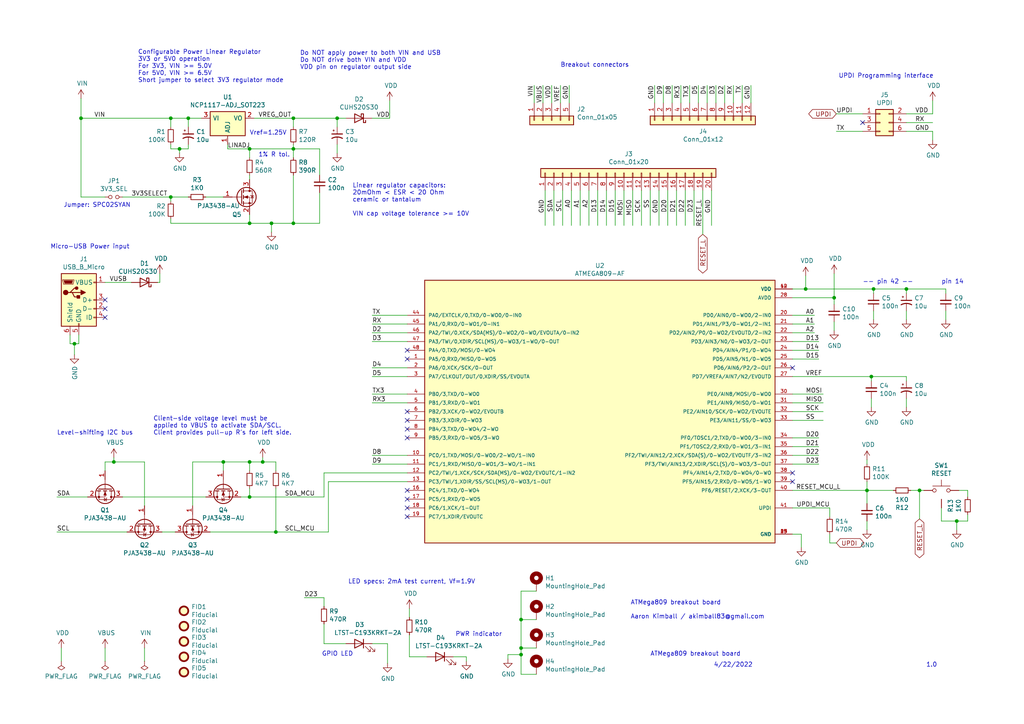
<source format=kicad_sch>
(kicad_sch (version 20211123) (generator eeschema)
  (paper "A4")
  (lib_symbols
    (symbol "ATMega809-Breakout-rescue:CP1_Small-Device" (pin_numbers hide) (pin_names (offset 0.254) hide)
      (property "Reference" "C" (at 0.254 1.778 0))
      (property "Value" "CP1_Small-Device" (at 0.254 -2.032 0))
      (symbol "CP1_Small-Device_1_1"
        (pin passive line (at 0 2.54 270) (length 2.032) (name "~") (number "1"))
        (pin passive line (at 0 -2.54 90) (length 2.032) (name "~") (number "2"))
      )
    )
    (symbol "ATMega809-Breakout-rescue:Jumper_NO_Small-Device" (pin_numbers hide) (pin_names (offset 0.762) hide)
      (property "Reference" "JP" (at 0 2.032 0))
      (property "Value" "Jumper_NO_Small-Device" (at 0.254 -1.524 0))
      (symbol "Jumper_NO_Small-Device_0_1"
        (pin passive line (at -2.54 0 0) (length 1.016) (name "1") (number "1"))
        (pin passive line (at 2.54 0 180) (length 1.016) (name "2") (number "2"))
      )
    )
    (symbol "Aaron-Symbols:ATMEGA809-AF" (pin_names (offset 1.016))
      (property "Reference" "U" (at -50.8 38.735 0))
      (property "Value" "ATMEGA809-AF" (at -50.8 -40.64 0))
      (symbol "ATMEGA809-AF_0_0"
        (pin bidirectional line (at -55.88 15.24 0) (length 5.08) (name "PA5/0,RXD/MISO/0-WO5") (number "1"))
        (pin bidirectional line (at -55.88 -12.7 0) (length 5.08) (name "PC0/1,TXD/MOSI/0-WO0/2-WO/1-IN0") (number "10"))
        (pin bidirectional line (at -55.88 -15.24 0) (length 5.08) (name "PC1/1,RXD/MISO/0-WO1/3-WO/1-IN1") (number "11"))
        (pin bidirectional line (at -55.88 -17.78 0) (length 5.08) (name "PC2/TWI/1,XCK/SCK/SDA(MS)/0-WO2/EVOUTC/1-IN2") (number "12"))
        (pin bidirectional line (at -55.88 -20.32 0) (length 5.08) (name "PC3/TWI/1,XDIR/SS/SCL(MS)/0-WO3/1-OUT") (number "13"))
        (pin power_in line (at 55.88 35.56 180) (length 5.08) (name "VDD") (number "14"))
        (pin power_in line (at 55.88 -35.56 180) (length 5.08) (name "GND") (number "15"))
        (pin bidirectional line (at -55.88 -22.86 0) (length 5.08) (name "PC4/1,TXD/0-WO4") (number "16"))
        (pin bidirectional line (at -55.88 -25.4 0) (length 5.08) (name "PC5/1,RXD/0-WO5") (number "17"))
        (pin bidirectional line (at -55.88 -27.94 0) (length 5.08) (name "PC6/1,XCK/1-OUT") (number "18"))
        (pin bidirectional line (at -55.88 -30.48 0) (length 5.08) (name "PC7/1,XDIR/EVOUTC") (number "19"))
        (pin bidirectional line (at -55.88 12.7 0) (length 5.08) (name "PA6/0,XCK/SCK/0-OUT") (number "2"))
        (pin bidirectional line (at 55.88 27.94 180) (length 5.08) (name "PD0/AIN0/0-WO0/2-IN0") (number "20"))
        (pin bidirectional line (at 55.88 25.4 180) (length 5.08) (name "PD1/AIN1/P3/0-WO1/2-IN1") (number "21"))
        (pin bidirectional line (at 55.88 22.86 180) (length 5.08) (name "PD2/AIN2/P0/0-WO2/EVOUTD/2-IN2") (number "22"))
        (pin bidirectional line (at 55.88 20.32 180) (length 5.08) (name "PD3/AIN3/N0/0-WO3/2-OUT") (number "23"))
        (pin bidirectional line (at 55.88 17.78 180) (length 5.08) (name "PD4/AIN4/P1/0-WO4") (number "24"))
        (pin bidirectional line (at 55.88 15.24 180) (length 5.08) (name "PD5/AIN5/N1/0-WO5") (number "25"))
        (pin bidirectional line (at 55.88 12.7 180) (length 5.08) (name "PD6/AIN6/P2/2-OUT") (number "26"))
        (pin bidirectional line (at 55.88 10.16 180) (length 5.08) (name "PD7/VREFA/AIN7/N2/EVOUTD") (number "27"))
        (pin power_in line (at 55.88 33.02 180) (length 5.08) (name "AVDD") (number "28"))
        (pin power_in line (at 55.88 -35.56 180) (length 5.08) (name "GND") (number "29"))
        (pin bidirectional line (at -55.88 10.16 0) (length 5.08) (name "PA7/CLKOUT/OUT/0,XDIR/SS/EVOUTA") (number "3"))
        (pin bidirectional line (at 55.88 5.08 180) (length 5.08) (name "PE0/AIN8/MOSI/0-WO0") (number "30"))
        (pin bidirectional line (at 55.88 2.54 180) (length 5.08) (name "PE1/AIN9/MISO/0-WO1") (number "31"))
        (pin bidirectional line (at 55.88 0 180) (length 5.08) (name "PE2/AIN10/SCK/0-WO2/EVOUTE") (number "32"))
        (pin bidirectional line (at 55.88 -2.54 180) (length 5.08) (name "PE3/AIN11/SS/0-WO3") (number "33"))
        (pin bidirectional line (at 55.88 -7.62 180) (length 5.08) (name "PF0/TOSC1/2,TXD/0-WO0/3-IN0") (number "34"))
        (pin bidirectional line (at 55.88 -10.16 180) (length 5.08) (name "PF1/TOSC2/2,RXD/0-WO1/3-IN1") (number "35"))
        (pin bidirectional line (at 55.88 -12.7 180) (length 5.08) (name "PF2/TWI/AIN12/2,XCK/SDA(S)/0-WO2/EVOUTF/3-IN2") (number "36"))
        (pin bidirectional line (at 55.88 -15.24 180) (length 5.08) (name "PF3/TWI/AIN13/2,XDIR/SCL(S)/0-WO3/3-OUT") (number "37"))
        (pin bidirectional line (at 55.88 -17.78 180) (length 5.08) (name "PF4/AIN14/2,TXD/0-WO4/0-WO") (number "38"))
        (pin bidirectional line (at 55.88 -20.32 180) (length 5.08) (name "PF5/AIN15/2,RXD/0-WO5/1-WO") (number "39"))
        (pin bidirectional line (at -55.88 5.08 0) (length 5.08) (name "PB0/3,TXD/0-WO0") (number "4"))
        (pin bidirectional line (at 55.88 -22.86 180) (length 5.08) (name "PF6/RESET/2,XCK/3-OUT") (number "40"))
        (pin bidirectional line (at 55.88 -27.94 180) (length 5.08) (name "UPDI") (number "41"))
        (pin power_in line (at 55.88 35.56 180) (length 5.08) (name "VDD") (number "42"))
        (pin power_in line (at 55.88 -35.56 180) (length 5.08) (name "GND") (number "43"))
        (pin bidirectional line (at -55.88 27.94 0) (length 5.08) (name "PA0/EXTCLK/0,TXD/0-WO0/0-IN0") (number "44"))
        (pin bidirectional line (at -55.88 25.4 0) (length 5.08) (name "PA1/0,RXD/0-WO1/0-IN1") (number "45"))
        (pin bidirectional line (at -55.88 22.86 0) (length 5.08) (name "PA2/TWI/0,XCK/SDA(MS)/0-WO2/0-WO/EVOUTA/0-IN2") (number "46"))
        (pin bidirectional line (at -55.88 20.32 0) (length 5.08) (name "PA3/TWI/0,XDIR/SCL(MS)/0-WO3/1-WO/0-OUT") (number "47"))
        (pin bidirectional line (at -55.88 17.78 0) (length 5.08) (name "PA4/0,TXD/MOSI/0-WO4") (number "48"))
        (pin bidirectional line (at -55.88 2.54 0) (length 5.08) (name "PB1/3,RXD/0-WO1") (number "5"))
        (pin bidirectional line (at -55.88 0 0) (length 5.08) (name "PB2/3,XCK/0-WO2/EVOUTB") (number "6"))
        (pin bidirectional line (at -55.88 -2.54 0) (length 5.08) (name "PB3/3,XDIR/0-WO3") (number "7"))
        (pin bidirectional line (at -55.88 -5.08 0) (length 5.08) (name "PB4/3,TXD/0-WO4/2-WO") (number "8"))
        (pin bidirectional line (at -55.88 -7.62 0) (length 5.08) (name "PB5/3,RXD/0-WO5/3-WO") (number "9"))
      )
    )
    (symbol "Aaron-Symbols:PJA3438-AU" (pin_names hide)
      (property "Reference" "Q" (at 5.08 1.905 0))
      (property "Value" "PJA3438-AU" (at 5.08 0 0))
      (symbol "PJA3438-AU_1_1"
        (pin input line (at -5.08 0 0) (length 2.54) (name "G") (number "1"))
        (pin passive line (at 2.54 -5.08 90) (length 2.54) (name "S") (number "2"))
        (pin passive line (at 2.54 5.08 270) (length 2.54) (name "D") (number "3"))
      )
    )
    (symbol "Aaron-Symbols:SW_Push_GND" (pin_numbers hide) (pin_names (offset 1.016) hide)
      (property "Reference" "SW" (at 1.27 2.54 0))
      (property "Value" "SW_Push_GND" (at 0 -1.524 0))
      (symbol "SW_Push_GND_0_1"
        (pin passive line (at -5.08 0 0) (length 2.54) (name "1") (number "1"))
        (pin passive line (at 5.08 0 180) (length 2.54) (name "2") (number "2"))
      )
      (symbol "SW_Push_GND_1_1"
        (pin passive line (at 0 -5.08 90) (length 2.54) (name "GND") (number "3"))
      )
    )
    (symbol "Aaron-Symbols:VIN" (power) (pin_names (offset 0))
      (property "Value" "VIN" (at 0 3.81 0))
      (symbol "VIN_1_1"
        (pin power_in line (at 0 0 90) (length 0) hide (name "VIN") (number "1"))
      )
    )
    (symbol "Connector:USB_B_Micro" (pin_names (offset 1.016))
      (property "Reference" "J" (at -5.08 11.43 0))
      (property "Value" "USB_B_Micro" (at -5.08 8.89 0))
      (symbol "USB_B_Micro_1_1"
        (pin power_out line (at 7.62 5.08 180) (length 2.54) (name "VBUS") (number "1"))
        (pin bidirectional line (at 7.62 -2.54 180) (length 2.54) (name "D-") (number "2"))
        (pin bidirectional line (at 7.62 0 180) (length 2.54) (name "D+") (number "3"))
        (pin passive line (at 7.62 -5.08 180) (length 2.54) (name "ID") (number "4"))
        (pin power_out line (at 0 -10.16 90) (length 2.54) (name "GND") (number "5"))
        (pin passive line (at -2.54 -10.16 90) (length 2.54) (name "Shield") (number "6"))
      )
    )
    (symbol "Connector_Generic:Conn_01x05" (pin_names (offset 1.016) hide)
      (property "Reference" "J" (at 0 7.62 0))
      (property "Value" "Conn_01x05" (at 0 -7.62 0))
      (symbol "Conn_01x05_1_1"
        (pin passive line (at -5.08 5.08 0) (length 3.81) (name "Pin_1") (number "1"))
        (pin passive line (at -5.08 2.54 0) (length 3.81) (name "Pin_2") (number "2"))
        (pin passive line (at -5.08 0 0) (length 3.81) (name "Pin_3") (number "3"))
        (pin passive line (at -5.08 -2.54 0) (length 3.81) (name "Pin_4") (number "4"))
        (pin passive line (at -5.08 -5.08 0) (length 3.81) (name "Pin_5") (number "5"))
      )
    )
    (symbol "Connector_Generic:Conn_01x12" (pin_names (offset 1.016) hide)
      (property "Reference" "J" (at 0 15.24 0))
      (property "Value" "Conn_01x12" (at 0 -17.78 0))
      (symbol "Conn_01x12_1_1"
        (pin passive line (at -5.08 12.7 0) (length 3.81) (name "Pin_1") (number "1"))
        (pin passive line (at -5.08 -10.16 0) (length 3.81) (name "Pin_10") (number "10"))
        (pin passive line (at -5.08 -12.7 0) (length 3.81) (name "Pin_11") (number "11"))
        (pin passive line (at -5.08 -15.24 0) (length 3.81) (name "Pin_12") (number "12"))
        (pin passive line (at -5.08 10.16 0) (length 3.81) (name "Pin_2") (number "2"))
        (pin passive line (at -5.08 7.62 0) (length 3.81) (name "Pin_3") (number "3"))
        (pin passive line (at -5.08 5.08 0) (length 3.81) (name "Pin_4") (number "4"))
        (pin passive line (at -5.08 2.54 0) (length 3.81) (name "Pin_5") (number "5"))
        (pin passive line (at -5.08 0 0) (length 3.81) (name "Pin_6") (number "6"))
        (pin passive line (at -5.08 -2.54 0) (length 3.81) (name "Pin_7") (number "7"))
        (pin passive line (at -5.08 -5.08 0) (length 3.81) (name "Pin_8") (number "8"))
        (pin passive line (at -5.08 -7.62 0) (length 3.81) (name "Pin_9") (number "9"))
      )
    )
    (symbol "Connector_Generic:Conn_01x20" (pin_names (offset 1.016) hide)
      (property "Reference" "J" (at 0 25.4 0))
      (property "Value" "Conn_01x20" (at 0 -27.94 0))
      (symbol "Conn_01x20_1_1"
        (pin passive line (at -5.08 22.86 0) (length 3.81) (name "Pin_1") (number "1"))
        (pin passive line (at -5.08 0 0) (length 3.81) (name "Pin_10") (number "10"))
        (pin passive line (at -5.08 -2.54 0) (length 3.81) (name "Pin_11") (number "11"))
        (pin passive line (at -5.08 -5.08 0) (length 3.81) (name "Pin_12") (number "12"))
        (pin passive line (at -5.08 -7.62 0) (length 3.81) (name "Pin_13") (number "13"))
        (pin passive line (at -5.08 -10.16 0) (length 3.81) (name "Pin_14") (number "14"))
        (pin passive line (at -5.08 -12.7 0) (length 3.81) (name "Pin_15") (number "15"))
        (pin passive line (at -5.08 -15.24 0) (length 3.81) (name "Pin_16") (number "16"))
        (pin passive line (at -5.08 -17.78 0) (length 3.81) (name "Pin_17") (number "17"))
        (pin passive line (at -5.08 -20.32 0) (length 3.81) (name "Pin_18") (number "18"))
        (pin passive line (at -5.08 -22.86 0) (length 3.81) (name "Pin_19") (number "19"))
        (pin passive line (at -5.08 20.32 0) (length 3.81) (name "Pin_2") (number "2"))
        (pin passive line (at -5.08 -25.4 0) (length 3.81) (name "Pin_20") (number "20"))
        (pin passive line (at -5.08 17.78 0) (length 3.81) (name "Pin_3") (number "3"))
        (pin passive line (at -5.08 15.24 0) (length 3.81) (name "Pin_4") (number "4"))
        (pin passive line (at -5.08 12.7 0) (length 3.81) (name "Pin_5") (number "5"))
        (pin passive line (at -5.08 10.16 0) (length 3.81) (name "Pin_6") (number "6"))
        (pin passive line (at -5.08 7.62 0) (length 3.81) (name "Pin_7") (number "7"))
        (pin passive line (at -5.08 5.08 0) (length 3.81) (name "Pin_8") (number "8"))
        (pin passive line (at -5.08 2.54 0) (length 3.81) (name "Pin_9") (number "9"))
      )
    )
    (symbol "Connector_Generic:Conn_02x03_Odd_Even" (pin_names (offset 1.016) hide)
      (property "Reference" "J" (at 1.27 5.08 0))
      (property "Value" "Conn_02x03_Odd_Even" (at 1.27 -5.08 0))
      (symbol "Conn_02x03_Odd_Even_1_1"
        (pin passive line (at -5.08 2.54 0) (length 3.81) (name "Pin_1") (number "1"))
        (pin passive line (at 7.62 2.54 180) (length 3.81) (name "Pin_2") (number "2"))
        (pin passive line (at -5.08 0 0) (length 3.81) (name "Pin_3") (number "3"))
        (pin passive line (at 7.62 0 180) (length 3.81) (name "Pin_4") (number "4"))
        (pin passive line (at -5.08 -2.54 0) (length 3.81) (name "Pin_5") (number "5"))
        (pin passive line (at 7.62 -2.54 180) (length 3.81) (name "Pin_6") (number "6"))
      )
    )
    (symbol "Device:C_Small" (pin_numbers hide) (pin_names (offset 0.254) hide)
      (property "Reference" "C" (at 0.254 1.778 0))
      (property "Value" "C_Small" (at 0.254 -2.032 0))
      (symbol "C_Small_1_1"
        (pin passive line (at 0 2.54 270) (length 2.032) (name "~") (number "1"))
        (pin passive line (at 0 -2.54 90) (length 2.032) (name "~") (number "2"))
      )
    )
    (symbol "Device:D_Schottky" (pin_numbers hide) (pin_names (offset 1.016) hide)
      (property "Reference" "D" (at 0 2.54 0))
      (property "Value" "D_Schottky" (at 0 -2.54 0))
      (symbol "D_Schottky_1_1"
        (pin passive line (at -3.81 0 0) (length 2.54) (name "K") (number "1"))
        (pin passive line (at 3.81 0 180) (length 2.54) (name "A") (number "2"))
      )
    )
    (symbol "Device:LED" (pin_numbers hide) (pin_names (offset 1.016) hide)
      (property "Reference" "D" (at 0 2.54 0))
      (property "Value" "LED" (at 0 -2.54 0))
      (symbol "LED_1_1"
        (pin passive line (at -3.81 0 0) (length 2.54) (name "K") (number "1"))
        (pin passive line (at 3.81 0 180) (length 2.54) (name "A") (number "2"))
      )
    )
    (symbol "Device:R_Small" (pin_numbers hide) (pin_names (offset 0.254) hide)
      (property "Reference" "R" (at 0.762 0.508 0))
      (property "Value" "R_Small" (at 0.762 -1.016 0))
      (symbol "R_Small_1_1"
        (pin passive line (at 0 2.54 270) (length 0.762) (name "~") (number "1"))
        (pin passive line (at 0 -2.54 90) (length 0.762) (name "~") (number "2"))
      )
    )
    (symbol "Mechanical:Fiducial"
      (property "Reference" "FID" (at 0 5.08 0))
      (property "Value" "Fiducial" (at 0 3.175 0))
    )
    (symbol "Mechanical:MountingHole_Pad" (pin_numbers hide) (pin_names (offset 1.016) hide)
      (property "Reference" "H" (at 0 6.35 0))
      (property "Value" "MountingHole_Pad" (at 0 4.445 0))
      (symbol "MountingHole_Pad_1_1"
        (pin input line (at 0 -2.54 90) (length 2.54) (name "1") (number "1"))
      )
    )
    (symbol "Regulator_Linear:NCP1117-ADJ_SOT223" (pin_names (offset 0.762))
      (property "Reference" "U" (at -3.81 3.175 0))
      (property "Value" "NCP1117-ADJ_SOT223" (at 0 3.175 0))
      (symbol "NCP1117-ADJ_SOT223_1_1"
        (pin input line (at 0 -7.62 90) (length 2.54) (name "ADJ") (number "1"))
        (pin power_out line (at 7.62 0 180) (length 2.54) (name "VO") (number "2"))
        (pin power_in line (at -7.62 0 0) (length 2.54) (name "VI") (number "3"))
      )
    )
    (symbol "power:GND" (power) (pin_names (offset 0))
      (property "Value" "GND" (at 0 -3.81 0))
      (symbol "GND_1_1"
        (pin power_in line (at 0 0 270) (length 0) hide (name "GND") (number "1"))
      )
    )
    (symbol "power:PWR_FLAG" (power) (pin_numbers hide) (pin_names (offset 0) hide)
      (property "Value" "PWR_FLAG" (at 0 3.81 0))
      (symbol "PWR_FLAG_0_0"
        (pin power_out line (at 0 0 90) (length 0) (name "pwr") (number "1"))
      )
    )
    (symbol "power:VBUS" (power) (pin_names (offset 0))
      (property "Value" "VBUS" (at 0 3.81 0))
      (symbol "VBUS_1_1"
        (pin power_in line (at 0 0 90) (length 0) hide (name "VBUS") (number "1"))
      )
    )
    (symbol "power:VDD" (power) (pin_names (offset 0))
      (property "Value" "VDD" (at 0 3.81 0))
      (symbol "VDD_1_1"
        (pin power_in line (at 0 0 90) (length 0) hide (name "VDD") (number "1"))
      )
    )
  )
  (junction (at 21.59 99.695))
  (junction (at 85.09 34.29))
  (junction (at 23.495 34.29))
  (junction (at 277.495 151.13))
  (junction (at 52.07 43.18))
  (junction (at 85.09 43.18))
  (junction (at 72.39 64.77))
  (junction (at 76.2 133.985))
  (junction (at 33.02 133.985))
  (junction (at 233.68 83.82))
  (junction (at 72.39 43.18))
  (junction (at 78.74 64.77))
  (junction (at 72.39 144.145))
  (junction (at 253.365 83.82))
  (junction (at 252.73 109.22))
  (junction (at 72.39 133.985))
  (junction (at 151.13 187.96))
  (junction (at 80.01 154.305))
  (junction (at 49.53 34.29))
  (junction (at 85.09 64.77))
  (junction (at 251.46 142.24))
  (junction (at 64.77 133.985))
  (junction (at 49.53 57.15))
  (junction (at 266.7 142.24))
  (junction (at 54.61 34.29))
  (junction (at 241.935 86.36))
  (junction (at 262.89 83.82))
  (junction (at 97.79 34.29))
  (junction (at 151.13 189.865))
  (junction (at 151.13 179.705))
  (no_connect (at 30.48 86.995))
  (no_connect (at 118.11 142.24))
  (no_connect (at 229.87 106.68))
  (no_connect (at 118.11 104.14))
  (no_connect (at 250.19 35.56))
  (no_connect (at 118.11 121.92))
  (no_connect (at 118.11 127))
  (no_connect (at 229.87 139.7))
  (no_connect (at 118.11 124.46))
  (no_connect (at 229.87 137.16))
  (no_connect (at 118.11 149.86))
  (no_connect (at 118.11 147.32))
  (no_connect (at 118.11 101.6))
  (no_connect (at 30.48 89.535))
  (no_connect (at 30.48 92.075))
  (no_connect (at 118.11 119.38))
  (no_connect (at 118.11 144.78))
  (wire (pts (xy 113.03 34.29) (xy 113.03 29.21)))
  (wire (pts (xy 165.735 65.405) (xy 165.735 55.245)))
  (wire (pts (xy 17.78 187.96) (xy 17.78 191.77)))
  (wire (pts (xy 175.895 55.245) (xy 175.895 65.405)))
  (wire (pts (xy 202.565 24.765) (xy 202.565 29.845)))
  (wire (pts (xy 229.87 114.3) (xy 238.76 114.3)))
  (wire (pts (xy 72.39 136.525) (xy 72.39 133.985)))
  (wire (pts (xy 262.89 90.17) (xy 262.89 92.71)))
  (wire (pts (xy 33.02 133.985) (xy 30.48 133.985)))
  (wire (pts (xy 250.19 38.1) (xy 242.57 38.1)))
  (wire (pts (xy 207.645 24.765) (xy 207.645 29.845)))
  (wire (pts (xy 151.13 187.96) (xy 151.13 179.705)))
  (wire (pts (xy 85.09 43.18) (xy 92.71 43.18)))
  (wire (pts (xy 212.725 29.845) (xy 212.725 24.765)))
  (wire (pts (xy 95.25 139.7) (xy 118.11 139.7)))
  (wire (pts (xy 52.07 44.45) (xy 52.07 43.18)))
  (wire (pts (xy 200.025 24.765) (xy 200.025 29.845)))
  (wire (pts (xy 264.16 142.24) (xy 266.7 142.24)))
  (wire (pts (xy 198.755 65.405) (xy 198.755 55.245)))
  (wire (pts (xy 20.32 99.695) (xy 21.59 99.695)))
  (wire (pts (xy 242.57 157.48) (xy 240.665 157.48)))
  (wire (pts (xy 76.2 133.985) (xy 72.39 133.985)))
  (wire (pts (xy 85.09 64.77) (xy 92.71 64.77)))
  (wire (pts (xy 93.98 144.145) (xy 93.98 137.16)))
  (wire (pts (xy 252.73 109.22) (xy 262.89 109.22)))
  (wire (pts (xy 30.48 81.915) (xy 38.1 81.915)))
  (wire (pts (xy 64.77 133.985) (xy 55.88 133.985)))
  (wire (pts (xy 151.13 179.705) (xy 155.575 179.705)))
  (wire (pts (xy 203.835 55.245) (xy 203.835 67.945)))
  (wire (pts (xy 205.105 24.765) (xy 205.105 29.845)))
  (wire (pts (xy 262.89 38.1) (xy 270.51 38.1)))
  (wire (pts (xy 69.85 144.145) (xy 72.39 144.145)))
  (wire (pts (xy 45.72 81.915) (xy 46.355 81.915)))
  (wire (pts (xy 155.575 195.58) (xy 151.13 195.58)))
  (wire (pts (xy 253.365 90.17) (xy 253.365 92.71)))
  (wire (pts (xy 147.32 189.865) (xy 151.13 189.865)))
  (wire (pts (xy 241.935 95.885) (xy 241.935 93.345)))
  (wire (pts (xy 107.95 132.08) (xy 118.11 132.08)))
  (wire (pts (xy 262.89 35.56) (xy 270.51 35.56)))
  (wire (pts (xy 135.255 190.5) (xy 135.255 191.77)))
  (wire (pts (xy 85.09 41.91) (xy 85.09 43.18)))
  (wire (pts (xy 92.71 43.18) (xy 92.71 50.8)))
  (wire (pts (xy 76.2 133.985) (xy 76.2 132.715)))
  (wire (pts (xy 160.02 29.845) (xy 160.02 24.765)))
  (wire (pts (xy 229.87 83.82) (xy 233.68 83.82)))
  (wire (pts (xy 85.09 43.18) (xy 85.09 45.72)))
  (wire (pts (xy 107.95 109.22) (xy 118.11 109.22)))
  (wire (pts (xy 20.32 97.155) (xy 20.32 99.695)))
  (wire (pts (xy 118.11 106.68) (xy 107.95 106.68)))
  (wire (pts (xy 251.46 133.35) (xy 251.46 134.62)))
  (wire (pts (xy 262.89 83.82) (xy 274.32 83.82)))
  (wire (pts (xy 229.87 119.38) (xy 238.76 119.38)))
  (wire (pts (xy 233.68 83.82) (xy 253.365 83.82)))
  (wire (pts (xy 52.07 43.18) (xy 54.61 43.18)))
  (wire (pts (xy 151.13 189.865) (xy 151.13 187.96)))
  (wire (pts (xy 236.22 93.98) (xy 229.87 93.98)))
  (wire (pts (xy 16.51 154.305) (xy 36.83 154.305)))
  (wire (pts (xy 55.88 146.685) (xy 55.88 133.985)))
  (wire (pts (xy 252.73 110.49) (xy 252.73 109.22)))
  (wire (pts (xy 60.96 154.305) (xy 80.01 154.305)))
  (wire (pts (xy 229.87 132.08) (xy 237.49 132.08)))
  (wire (pts (xy 186.055 55.245) (xy 186.055 65.405)))
  (wire (pts (xy 85.09 34.29) (xy 97.79 34.29)))
  (wire (pts (xy 21.59 99.695) (xy 22.86 99.695)))
  (wire (pts (xy 49.53 63.5) (xy 49.53 64.77)))
  (wire (pts (xy 173.355 65.405) (xy 173.355 55.245)))
  (wire (pts (xy 229.87 104.14) (xy 237.49 104.14)))
  (wire (pts (xy 241.935 86.36) (xy 241.935 79.375)))
  (wire (pts (xy 266.7 150.495) (xy 266.7 142.24)))
  (wire (pts (xy 180.975 55.245) (xy 180.975 65.405)))
  (wire (pts (xy 229.87 154.94) (xy 232.41 154.94)))
  (wire (pts (xy 229.87 127) (xy 237.49 127)))
  (wire (pts (xy 49.53 43.18) (xy 49.53 41.91)))
  (wire (pts (xy 92.71 55.88) (xy 92.71 64.77)))
  (wire (pts (xy 107.95 93.98) (xy 118.11 93.98)))
  (wire (pts (xy 41.91 133.985) (xy 33.02 133.985)))
  (wire (pts (xy 64.77 136.525) (xy 64.77 133.985)))
  (wire (pts (xy 229.87 86.36) (xy 241.935 86.36)))
  (wire (pts (xy 262.89 33.02) (xy 270.51 33.02)))
  (wire (pts (xy 262.89 115.57) (xy 262.89 118.11)))
  (wire (pts (xy 155.575 187.96) (xy 151.13 187.96)))
  (wire (pts (xy 118.745 184.15) (xy 118.745 190.5)))
  (wire (pts (xy 229.87 129.54) (xy 237.49 129.54)))
  (wire (pts (xy 251.46 142.24) (xy 259.08 142.24)))
  (wire (pts (xy 49.53 34.29) (xy 49.53 36.83)))
  (wire (pts (xy 30.48 187.96) (xy 30.48 191.77)))
  (wire (pts (xy 41.91 146.685) (xy 41.91 133.985)))
  (wire (pts (xy 262.89 109.22) (xy 262.89 110.49)))
  (wire (pts (xy 107.95 134.62) (xy 118.11 134.62)))
  (wire (pts (xy 93.98 180.975) (xy 93.98 186.69)))
  (wire (pts (xy 23.495 28.575) (xy 23.495 34.29)))
  (wire (pts (xy 107.95 186.69) (xy 112.395 186.69)))
  (wire (pts (xy 123.825 190.5) (xy 118.745 190.5)))
  (wire (pts (xy 229.87 134.62) (xy 237.49 134.62)))
  (wire (pts (xy 49.53 34.29) (xy 54.61 34.29)))
  (wire (pts (xy 270.51 38.1) (xy 270.51 40.64)))
  (wire (pts (xy 193.675 65.405) (xy 193.675 55.245)))
  (wire (pts (xy 112.395 186.69) (xy 112.395 192.405)))
  (wire (pts (xy 160.655 55.245) (xy 160.655 65.405)))
  (wire (pts (xy 80.01 154.305) (xy 95.25 154.305)))
  (wire (pts (xy 240.665 149.86) (xy 240.665 147.32)))
  (wire (pts (xy 22.86 97.155) (xy 22.86 99.695)))
  (wire (pts (xy 78.74 67.31) (xy 78.74 64.77)))
  (wire (pts (xy 201.295 55.245) (xy 201.295 65.405)))
  (wire (pts (xy 154.94 29.845) (xy 154.94 24.765)))
  (wire (pts (xy 229.87 99.06) (xy 237.49 99.06)))
  (wire (pts (xy 23.495 34.29) (xy 23.495 57.15)))
  (wire (pts (xy 233.68 83.82) (xy 233.68 80.01)))
  (wire (pts (xy 238.76 116.84) (xy 229.87 116.84)))
  (wire (pts (xy 229.87 121.92) (xy 238.76 121.92)))
  (wire (pts (xy 64.77 133.985) (xy 72.39 133.985)))
  (wire (pts (xy 93.98 175.895) (xy 93.98 173.355)))
  (wire (pts (xy 88.265 173.355) (xy 93.98 173.355)))
  (wire (pts (xy 196.215 55.245) (xy 196.215 65.405)))
  (wire (pts (xy 113.03 34.29) (xy 107.95 34.29)))
  (wire (pts (xy 76.2 133.985) (xy 80.01 133.985)))
  (wire (pts (xy 236.22 96.52) (xy 229.87 96.52)))
  (wire (pts (xy 59.69 57.15) (xy 64.77 57.15)))
  (wire (pts (xy 95.25 139.7) (xy 95.25 154.305)))
  (wire (pts (xy 158.115 65.405) (xy 158.115 55.245)))
  (wire (pts (xy 118.745 179.07) (xy 118.745 176.53)))
  (wire (pts (xy 97.79 41.91) (xy 97.79 44.45)))
  (wire (pts (xy 229.87 101.6) (xy 237.49 101.6)))
  (wire (pts (xy 54.61 43.18) (xy 54.61 41.91)))
  (wire (pts (xy 251.46 153.67) (xy 251.46 151.13)))
  (wire (pts (xy 78.74 64.77) (xy 85.09 64.77)))
  (wire (pts (xy 250.19 33.02) (xy 242.57 33.02)))
  (wire (pts (xy 46.99 154.305) (xy 50.8 154.305)))
  (wire (pts (xy 274.32 90.17) (xy 274.32 92.71)))
  (wire (pts (xy 183.515 65.405) (xy 183.515 55.245)))
  (wire (pts (xy 41.91 187.96) (xy 41.91 191.77)))
  (wire (pts (xy 280.67 144.145) (xy 280.67 142.24)))
  (wire (pts (xy 197.485 24.765) (xy 197.485 29.845)))
  (wire (pts (xy 35.56 57.15) (xy 49.53 57.15)))
  (wire (pts (xy 251.46 146.05) (xy 251.46 142.24)))
  (wire (pts (xy 59.69 144.145) (xy 35.56 144.145)))
  (wire (pts (xy 278.13 142.24) (xy 280.67 142.24)))
  (wire (pts (xy 277.495 151.13) (xy 277.495 153.67)))
  (wire (pts (xy 66.04 41.91) (xy 66.04 43.18)))
  (wire (pts (xy 157.48 24.765) (xy 157.48 29.845)))
  (wire (pts (xy 72.39 62.23) (xy 72.39 64.77)))
  (wire (pts (xy 49.53 57.15) (xy 54.61 57.15)))
  (wire (pts (xy 118.11 137.16) (xy 93.98 137.16)))
  (wire (pts (xy 131.445 190.5) (xy 135.255 190.5)))
  (wire (pts (xy 162.56 29.845) (xy 162.56 24.765)))
  (wire (pts (xy 274.32 83.82) (xy 274.32 85.09)))
  (wire (pts (xy 151.13 171.45) (xy 155.575 171.45)))
  (wire (pts (xy 191.135 55.245) (xy 191.135 65.405)))
  (wire (pts (xy 23.495 57.15) (xy 30.48 57.15)))
  (wire (pts (xy 229.87 147.32) (xy 240.665 147.32)))
  (wire (pts (xy 72.39 64.77) (xy 78.74 64.77)))
  (wire (pts (xy 97.79 34.29) (xy 97.79 36.83)))
  (wire (pts (xy 107.95 116.84) (xy 118.11 116.84)))
  (wire (pts (xy 170.815 55.245) (xy 170.815 65.405)))
  (wire (pts (xy 118.11 91.44) (xy 107.95 91.44)))
  (wire (pts (xy 58.42 34.29) (xy 54.61 34.29)))
  (wire (pts (xy 178.435 65.405) (xy 178.435 55.245)))
  (wire (pts (xy 273.05 151.13) (xy 277.495 151.13)))
  (wire (pts (xy 232.41 154.94) (xy 232.41 158.75)))
  (wire (pts (xy 25.4 144.145) (xy 16.51 144.145)))
  (wire (pts (xy 240.665 157.48) (xy 240.665 154.94)))
  (wire (pts (xy 151.13 179.705) (xy 151.13 171.45)))
  (wire (pts (xy 107.95 99.06) (xy 118.11 99.06)))
  (wire (pts (xy 97.79 34.29) (xy 100.33 34.29)))
  (wire (pts (xy 163.195 65.405) (xy 163.195 55.245)))
  (wire (pts (xy 241.935 88.265) (xy 241.935 86.36)))
  (wire (pts (xy 217.805 29.845) (xy 217.805 24.765)))
  (wire (pts (xy 229.87 142.24) (xy 251.46 142.24)))
  (wire (pts (xy 21.59 99.695) (xy 21.59 102.87)))
  (wire (pts (xy 270.51 29.21) (xy 270.51 33.02)))
  (wire (pts (xy 49.53 43.18) (xy 52.07 43.18)))
  (wire (pts (xy 33.02 133.985) (xy 33.02 132.715)))
  (wire (pts (xy 49.53 58.42) (xy 49.53 57.15)))
  (wire (pts (xy 206.375 55.245) (xy 206.375 65.405)))
  (wire (pts (xy 280.67 149.225) (xy 280.67 151.13)))
  (wire (pts (xy 210.185 29.845) (xy 210.185 24.765)))
  (wire (pts (xy 118.11 96.52) (xy 107.95 96.52)))
  (wire (pts (xy 49.53 64.77) (xy 72.39 64.77)))
  (wire (pts (xy 72.39 52.07) (xy 72.39 50.8)))
  (wire (pts (xy 72.39 43.18) (xy 85.09 43.18)))
  (wire (pts (xy 194.945 24.765) (xy 194.945 29.845)))
  (wire (pts (xy 46.355 81.915) (xy 46.355 79.375)))
  (wire (pts (xy 192.405 24.765) (xy 192.405 29.845)))
  (wire (pts (xy 273.05 147.32) (xy 273.05 151.13)))
  (wire (pts (xy 189.865 24.765) (xy 189.865 29.845)))
  (wire (pts (xy 151.13 195.58) (xy 151.13 189.865)))
  (wire (pts (xy 262.89 83.82) (xy 262.89 85.09)))
  (wire (pts (xy 85.09 50.8) (xy 85.09 64.77)))
  (wire (pts (xy 72.39 141.605) (xy 72.39 144.145)))
  (wire (pts (xy 30.48 133.985) (xy 30.48 136.525)))
  (wire (pts (xy 188.595 55.245) (xy 188.595 65.405)))
  (wire (pts (xy 215.265 29.845) (xy 215.265 24.765)))
  (wire (pts (xy 252.73 109.22) (xy 229.87 109.22)))
  (wire (pts (xy 253.365 85.09) (xy 253.365 83.82)))
  (wire (pts (xy 266.7 142.24) (xy 267.97 142.24)))
  (wire (pts (xy 49.53 34.29) (xy 23.495 34.29)))
  (wire (pts (xy 72.39 144.145) (xy 93.98 144.145)))
  (wire (pts (xy 66.04 43.18) (xy 72.39 43.18)))
  (wire (pts (xy 80.01 136.525) (xy 80.01 133.985)))
  (wire (pts (xy 277.495 151.13) (xy 280.67 151.13)))
  (wire (pts (xy 165.1 24.765) (xy 165.1 29.845)))
  (wire (pts (xy 251.46 142.24) (xy 251.46 139.7)))
  (wire (pts (xy 168.275 55.245) (xy 168.275 65.405)))
  (wire (pts (xy 252.73 115.57) (xy 252.73 118.11)))
  (wire (pts (xy 253.365 83.82) (xy 262.89 83.82)))
  (wire (pts (xy 147.32 191.135) (xy 147.32 189.865)))
  (wire (pts (xy 229.87 91.44) (xy 236.22 91.44)))
  (wire (pts (xy 107.95 114.3) (xy 118.11 114.3)))
  (wire (pts (xy 54.61 36.83) (xy 54.61 34.29)))
  (wire (pts (xy 85.09 36.83) (xy 85.09 34.29)))
  (wire (pts (xy 73.66 34.29) (xy 85.09 34.29)))
  (wire (pts (xy 80.01 141.605) (xy 80.01 154.305)))
  (wire (pts (xy 72.39 45.72) (xy 72.39 43.18)))
  (wire (pts (xy 93.98 186.69) (xy 100.33 186.69)))
  (text "1% R tol." (at 74.93 45.72 0) (effects (font (size 1.27 1.27)) (justify left bottom)))
  (text "Linear regulator capacitors:\n20mOhm < ESR < 20 Ohm\nceramic or tantalum\n\nVIN cap voltage tolerance >= 10V" (at 102.235 62.865 0) (effects (font (size 1.27 1.27)) (justify left bottom)))
  (text "Jumper: SPC02SYAN" (at 18.415 60.325 0) (effects (font (size 1.27 1.27)) (justify left bottom)))
  (text "Level-shifting I2C bus" (at 16.51 126.365 0) (effects (font (size 1.27 1.27)) (justify left bottom)))
  (text "Configurable Power Linear Regulator\n3V3 or 5V0 operation\nFor 3V3, VIN >= 5.0V\nFor 5V0, VIN >= 6.5V\nShort jumper to select 3V3 regulator mode\n" (at 40.005 24.13 0) (effects (font (size 1.27 1.27)) (justify left bottom)))
  (text "4/22/2022" (at 207.01 193.675 0) (effects (font (size 1.27 1.27)) (justify left bottom)))
  (text "LED specs: 2mA test current, Vf=1.9V" (at 100.965 169.545 0) (effects (font (size 1.27 1.27)) (justify left bottom)))
  (text "PWR indicator" (at 132.08 184.785 0) (effects (font (size 1.27 1.27)) (justify left bottom)))
  (text "Micro-USB Power input" (at 14.605 72.39 0) (effects (font (size 1.27 1.27)) (justify left bottom)))
  (text "Client-side voltage level must be\napplied to VBUS to activate SDA/SCL.\nClient provides pull-up R's for left side." (at 44.45 126.365 0) (effects (font (size 1.27 1.27)) (justify left bottom)))
  (text "1.0" (at 268.605 193.675 0) (effects (font (size 1.27 1.27)) (justify left bottom)))
  (text "-- pin 42 --" (at 250.19 82.55 0) (effects (font (size 1.27 1.27)) (justify left bottom)))
  (text "UPDI Programming interface\n" (at 243.205 22.86 0) (effects (font (size 1.27 1.27)) (justify left bottom)))
  (text "Do NOT apply power to both VIN and USB \nDo NOT drive both VIN and VDD\nVDD pin on regulator output side" (at 86.995 20.32 0) (effects (font (size 1.27 1.27)) (justify left bottom)))
  (text "Breakout connectors" (at 162.56 19.685 0) (effects (font (size 1.27 1.27)) (justify left bottom)))
  (text "ATMega809 breakout board" (at 188.595 190.5 0) (effects (font (size 1.27 1.27)) (justify left bottom)))
  (text "pin 14" (at 273.05 82.55 0) (effects (font (size 1.27 1.27)) (justify left bottom)))
  (text "ATMega809 breakout board\n\nAaron Kimball / akimball83@gmail.com" (at 182.88 179.705 0) (effects (font (size 1.27 1.27)) (justify left bottom)))
  (text "GPIO LED" (at 93.345 190.5 0) (effects (font (size 1.27 1.27)) (justify left bottom)))
  (text "Vref=1.25V" (at 72.39 39.37 0) (effects (font (size 1.27 1.27)) (justify left bottom)))
  (label "D4" (at 107.95 106.68 0))
  (label "A1" (at 233.68 93.98 0))
  (label "MOSI" (at 233.68 114.3 0))
  (label "D2" (at 107.95 96.52 0))
  (label "D8" (at 107.95 132.08 0))
  (label "SDA" (at 160.655 57.785 270))
  (label "VREF" (at 162.56 24.765 270))
  (label "RX" (at 265.43 35.56 0))
  (label "GND" (at 165.1 24.765 270))
  (label "TX" (at 107.95 91.44 0))
  (label "3V3SELECT" (at 38.1 57.15 0))
  (label "A1" (at 168.275 57.785 270))
  (label "D21" (at 233.68 129.54 0))
  (label "D14" (at 233.68 101.6 0))
  (label "D20" (at 233.68 127 0))
  (label "SCK" (at 186.055 57.785 270))
  (label "GND" (at 191.135 57.785 270))
  (label "MISO" (at 183.515 57.785 270))
  (label "SCL" (at 16.51 154.305 0))
  (label "GND" (at 189.865 24.765 270))
  (label "RX" (at 212.725 24.765 270))
  (label "TX3" (at 200.025 24.765 270))
  (label "VDD" (at 160.02 28.575 90))
  (label "MISO" (at 233.68 116.84 0))
  (label "GND" (at 265.43 38.1 0))
  (label "A2" (at 170.815 57.785 270))
  (label "VBUS" (at 157.48 24.765 270))
  (label "TX" (at 242.57 38.1 0))
  (label "TX3" (at 107.95 114.3 0))
  (label "D23" (at 201.295 57.785 270))
  (label "SS" (at 188.595 57.785 270))
  (label "SDA" (at 16.51 144.145 0))
  (label "GND" (at 206.375 57.785 270))
  (label "D15" (at 178.435 57.785 270))
  (label "D9" (at 107.95 134.62 0))
  (label "UPDI_MCU" (at 240.665 147.32 180))
  (label "D23" (at 233.68 134.62 0))
  (label "D23" (at 88.265 173.355 0))
  (label "RX3" (at 107.95 116.84 0))
  (label "D13" (at 173.355 57.785 270))
  (label "SDA_MCU" (at 82.55 144.145 0))
  (label "GND" (at 158.115 57.785 270))
  (label "SS" (at 233.68 121.92 0))
  (label "RESET_L" (at 203.835 57.785 270))
  (label "MOSI" (at 180.975 57.785 270))
  (label "VDD" (at 265.43 33.02 0))
  (label "D20" (at 193.675 57.785 270))
  (label "D22" (at 233.68 132.08 0))
  (label "LINADJ" (at 66.04 43.18 0))
  (label "A2" (at 233.68 96.52 0))
  (label "VDD" (at 109.22 34.29 0))
  (label "D3" (at 107.95 99.06 0))
  (label "D5" (at 107.95 109.22 0))
  (label "D9" (at 192.405 24.765 270))
  (label "D3" (at 207.645 24.765 270))
  (label "D15" (at 233.68 104.14 0))
  (label "VREG_OUT" (at 74.93 34.29 0))
  (label "SCL_MCU" (at 82.55 154.305 0))
  (label "D22" (at 198.755 57.785 270))
  (label "RX" (at 107.95 93.98 0))
  (label "D13" (at 233.68 99.06 0))
  (label "D14" (at 175.895 57.785 270))
  (label "D4" (at 205.105 24.765 270))
  (label "D5" (at 202.565 24.765 270))
  (label "VIN" (at 27.305 34.29 0))
  (label "A0" (at 233.68 91.44 0))
  (label "D21" (at 196.215 57.785 270))
  (label "UPDI" (at 242.57 33.02 0))
  (label "GND" (at 217.805 24.765 270))
  (label "SCL" (at 163.195 57.785 270))
  (label "VREF" (at 233.68 109.22 0))
  (label "D8" (at 194.945 24.765 270))
  (label "D2" (at 210.185 24.765 270))
  (label "TX" (at 215.265 24.765 270))
  (label "RX3" (at 197.485 24.765 270))
  (label "VIN" (at 154.94 24.765 270))
  (label "A0" (at 165.735 57.785 270))
  (label "SCK" (at 233.68 119.38 0))
  (label "VUSB" (at 31.75 81.915 0))
  (label "RESET_MCU_L" (at 243.84 142.24 180))
  (global_label "UPDI" (shape bidirectional) (at 242.57 157.48 0) (property "Intersheet References" "${INTERSHEET_REFS}" (effects hide)))
  (global_label "UPDI" (shape bidirectional) (at 242.57 33.02 180) (property "Intersheet References" "${INTERSHEET_REFS}" (effects hide)))
  (global_label "RESET_L" (shape bidirectional) (at 266.7 150.495 270) (property "Intersheet References" "${INTERSHEET_REFS}" (effects hide)))
  (global_label "RESET_L" (shape bidirectional) (at 203.835 67.945 270) (property "Intersheet References" "${INTERSHEET_REFS}" (effects hide)))
  (symbol (lib_id "Aaron-Symbols:ATMEGA809-AF") (at 173.99 119.38 0) (unit 1)
    (property "Reference" "U2" (at 173.99 77.0382 0))
    (property "Value" "ATMEGA809-AF" (at 173.99 79.3496 0))
    (property "Footprint" "aaron-imported-parts:Microchip-TQFP7x7-48" (effects hide))
    (property "PARTREV" "A" (effects hide))
    (property "MANUFACTURER" "Microchip" (effects hide))
    (property "STANDARD" "IPC-7351B" (effects hide))
    (property "MPN" "ATMEGA809-AF" (effects hide))
    (property "Description" "Critical component. ATMEGA809-AU also OK. -AFR and -AUR (tape & reel) packaging variants also OK." (effects hide))
  )
  (symbol (lib_id "power:GND") (at 232.41 158.75 0) (unit 1)
    (property "Reference" "#PWR017" (effects hide))
    (property "Value" "GND" (at 232.537 163.1442 0))
  )
  (symbol (lib_id "power:PWR_FLAG") (at 17.78 191.77 180) (unit 1)
    (property "Reference" "#FLG01" (effects hide))
    (property "Value" "PWR_FLAG" (at 17.78 196.1642 0))
  )
  (symbol (lib_id "power:VDD") (at 17.78 187.96 0) (unit 1)
    (property "Reference" "#PWR01" (effects hide))
    (property "Value" "VDD" (at 18.161 183.5658 0))
  )
  (symbol (lib_id "power:VDD") (at 233.68 80.01 0) (unit 1)
    (property "Reference" "#PWR018" (effects hide))
    (property "Value" "VDD" (at 234.061 75.6158 0))
  )
  (symbol (lib_id "Connector_Generic:Conn_02x03_Odd_Even") (at 255.27 35.56 0) (unit 1)
    (property "Reference" "J5" (at 256.54 27.5082 0))
    (property "Value" "UPDI" (at 256.54 29.8196 0))
    (property "Footprint" "Connector_PinHeader_2.54mm:PinHeader_2x03_P2.54mm_Vertical" (effects hide))
    (property "MANUFACTURER" "Samtec" (effects hide))
    (property "MPN" "TSW-103-07-L-D" (effects hide))
    (property "Description" "Male pin THT header 2-row strip (2x3 pins), 0.1\"/2.54mm pitch; 10--15.0µin gold plating" (effects hide))
  )
  (symbol (lib_id "power:VDD") (at 270.51 29.21 0) (unit 1)
    (property "Reference" "#PWR026" (effects hide))
    (property "Value" "VDD" (at 270.891 24.8158 0))
  )
  (symbol (lib_id "power:GND") (at 270.51 40.64 0) (unit 1)
    (property "Reference" "#PWR027" (effects hide))
    (property "Value" "GND" (at 270.637 45.0342 0))
  )
  (symbol (lib_id "Device:R_Small") (at 251.46 137.16 0) (unit 1)
    (property "Reference" "R11" (at 252.9586 135.9916 0) (effects (justify left)))
    (property "Value" "100K" (at 252.9586 138.303 0) (effects (justify left)))
    (property "Footprint" "Resistor_SMD:R_0603_1608Metric" (effects hide))
    (property "MPN" "RC0603FR-07100KL" (effects hide))
    (property "MANUFACTURER" "YAEGO" (effects hide))
    (property "Description" "100K 0603 resistor; +/-1%; 1/10W " (effects hide))
  )
  (symbol (lib_id "power:VDD") (at 251.46 133.35 0) (unit 1)
    (property "Reference" "#PWR022" (effects hide))
    (property "Value" "VDD" (at 251.841 128.9558 0))
  )
  (symbol (lib_id "Device:C_Small") (at 253.365 87.63 180) (unit 1)
    (property "Reference" "C5" (at 255.7018 86.4616 0) (effects (justify right)))
    (property "Value" "100n" (at 255.7018 88.773 0) (effects (justify right)))
    (property "Footprint" "Capacitor_SMD:C_0603_1608Metric" (effects hide))
    (property "Datasheet" "https://datasheets.kyocera-avx.com/X7RDielectric.pdf" (effects hide))
    (property "MPN" "06036C104JAT2A" (effects hide))
    (property "MANUFACTURER" "KYOCERA" (effects hide))
    (property "Description" "100nF 0603 X7R ceramic capacitor; 20mOhm < ESR < 10 Ohm" (effects hide))
  )
  (symbol (lib_id "power:GND") (at 253.365 92.71 0) (unit 1)
    (property "Reference" "#PWR021" (effects hide))
    (property "Value" "GND" (at 253.492 97.1042 0))
  )
  (symbol (lib_id "power:GND") (at 262.89 92.71 0) (unit 1)
    (property "Reference" "#PWR024" (effects hide))
    (property "Value" "GND" (at 263.017 97.1042 0))
  )
  (symbol (lib_id "Device:C_Small") (at 274.32 87.63 180) (unit 1)
    (property "Reference" "C9" (at 276.6568 86.4616 0) (effects (justify right)))
    (property "Value" "100n" (at 276.6568 88.773 0) (effects (justify right)))
    (property "Footprint" "Capacitor_SMD:C_0603_1608Metric" (effects hide))
    (property "Datasheet" "https://datasheets.kyocera-avx.com/X7RDielectric.pdf" (effects hide))
    (property "MPN" "06036C104JAT2A" (effects hide))
    (property "MANUFACTURER" "KYOCERA" (effects hide))
    (property "Description" "100nF 0603 X7R ceramic capacitor; 20mOhm < ESR < 10 Ohm" (effects hide))
  )
  (symbol (lib_id "power:GND") (at 274.32 92.71 0) (unit 1)
    (property "Reference" "#PWR028" (effects hide))
    (property "Value" "GND" (at 274.447 97.1042 0))
  )
  (symbol (lib_id "power:VDD") (at 241.935 79.375 0) (unit 1)
    (property "Reference" "#PWR019" (effects hide))
    (property "Value" "VDD" (at 242.316 74.9808 0))
  )
  (symbol (lib_id "Device:C_Small") (at 252.73 113.03 180) (unit 1)
    (property "Reference" "C4" (at 255.0668 111.8616 0) (effects (justify right)))
    (property "Value" "100n" (at 255.0668 114.173 0) (effects (justify right)))
    (property "Footprint" "Capacitor_SMD:C_0603_1608Metric" (effects hide))
    (property "Datasheet" "https://datasheets.kyocera-avx.com/X7RDielectric.pdf" (effects hide))
    (property "MPN" "06036C104JAT2A" (effects hide))
    (property "MANUFACTURER" "KYOCERA" (effects hide))
    (property "Description" "100nF 0603 X7R ceramic capacitor; 20mOhm < ESR < 10 Ohm" (effects hide))
  )
  (symbol (lib_id "power:GND") (at 262.89 118.11 0) (unit 1)
    (property "Reference" "#PWR025" (effects hide))
    (property "Value" "GND" (at 263.017 122.5042 0))
  )
  (symbol (lib_id "power:GND") (at 252.73 118.11 0) (unit 1)
    (property "Reference" "#PWR020" (effects hide))
    (property "Value" "GND" (at 252.857 122.5042 0))
  )
  (symbol (lib_id "Device:C_Small") (at 251.46 148.59 180) (unit 1)
    (property "Reference" "C6" (at 253.7968 147.4216 0) (effects (justify right)))
    (property "Value" "100n" (at 253.7968 149.733 0) (effects (justify right)))
    (property "Footprint" "Capacitor_SMD:C_0603_1608Metric" (effects hide))
    (property "Datasheet" "https://datasheets.kyocera-avx.com/X7RDielectric.pdf" (effects hide))
    (property "MPN" "06036C104JAT2A" (effects hide))
    (property "MANUFACTURER" "KYOCERA" (effects hide))
    (property "Description" "100nF 0603 X7R ceramic capacitor; 20mOhm < ESR < 10 Ohm" (effects hide))
  )
  (symbol (lib_id "power:GND") (at 251.46 153.67 0) (unit 1)
    (property "Reference" "#PWR023" (effects hide))
    (property "Value" "GND" (at 251.587 158.0642 0))
  )
  (symbol (lib_id "Aaron-Symbols:SW_Push_GND") (at 273.05 142.24 0) (unit 1)
    (property "Reference" "SW1" (at 273.05 135.001 0))
    (property "Value" "RESET" (at 273.05 137.3124 0))
    (property "Footprint" "aaron-imported-parts:PTS820_J25K_SMTR_LFS" (effects hide))
    (property "Datasheet" "https://www.ckswitches.com/media/1474/pts820.pdf" (effects hide))
    (property "MPN" "PTS820 J25K SMTR LFS" (effects hide))
    (property "MANUFACTURER" "C&K" (effects hide))
    (property "Description" "Tactile momentary SPST (normally-open) switch/button; grounded." (effects hide))
  )
  (symbol (lib_id "power:GND") (at 277.495 153.67 0) (unit 1)
    (property "Reference" "#PWR029" (effects hide))
    (property "Value" "GND" (at 277.622 158.0642 0))
  )
  (symbol (lib_id "power:VDD") (at 118.745 176.53 0) (unit 1)
    (property "Reference" "#PWR014" (effects hide))
    (property "Value" "VDD" (at 119.126 172.1358 0))
  )
  (symbol (lib_id "Device:LED") (at 127.635 190.5 0) (mirror y) (unit 1)
    (property "Reference" "D4" (at 127.8128 184.9882 0))
    (property "Value" "LTST-C193KRKT-2A" (at 130.175 187.325 0))
    (property "Footprint" "Diode_SMD:D_0603_1608Metric" (effects hide))
    (property "Datasheet" "https://media.digikey.com/pdf/Data%20Sheets/Lite-On%20PDFs/LTST-C193KRKT-2A.pdf" (effects hide))
    (property "MPN" "LTST-C193KRKT-2A" (effects hide))
    (property "MANUFACTURER" "Lite-On" (effects hide))
    (property "Description" "Red chip LED; 0603; Vfwd = 1.8--2.0V, I_test = 2mA; >= 2mcd illumination @ 2mA" (effects hide))
  )
  (symbol (lib_id "Device:R_Small") (at 118.745 181.61 0) (unit 1)
    (property "Reference" "R10" (at 120.2436 180.4416 0) (effects (justify left)))
    (property "Value" "470R" (at 120.2436 182.753 0) (effects (justify left)))
    (property "Footprint" "Resistor_SMD:R_0603_1608Metric" (effects hide))
    (property "MPN" "RC0603FR-07470RL" (effects hide))
    (property "MANUFACTURER" "YAEGO" (effects hide))
    (property "Description" "470R 0603 resistor; +/-1%; 1/10W " (effects hide))
  )
  (symbol (lib_id "power:GND") (at 135.255 191.77 0) (unit 1)
    (property "Reference" "#PWR015" (effects hide))
    (property "Value" "GND" (at 135.382 196.1642 0))
  )
  (symbol (lib_id "ATMega809-Breakout-rescue:Jumper_NO_Small-Device") (at 33.02 57.15 0) (unit 1)
    (property "Reference" "JP1" (at 33.02 52.451 0))
    (property "Value" "3V3_SEL" (at 33.02 54.7624 0))
    (property "Footprint" "Connector_PinHeader_2.54mm:PinHeader_1x02_P2.54mm_Vertical" (effects hide))
    (property "Datasheet" "https://drawings-pdf.s3.amazonaws.com/11134.pdf" (effects hide))
    (property "MPN" "5-146858-1" (effects hide))
    (property "MANUFACTURER" "TE Connectivity AMP Connectors" (effects hide))
    (property "Description" "Cuttable male pin THT header strip (2 pins), 0.1\"/2.54mm pitch; 10--15.0µin gold plating; 0.230\" mating, 0.10--0.11\" post contact lengths" (effects hide))
  )
  (symbol (lib_id "power:VDD") (at 113.03 29.21 0) (unit 1)
    (property "Reference" "#PWR013" (effects hide))
    (property "Value" "VDD" (at 113.411 24.8158 0))
  )
  (symbol (lib_id "power:GND") (at 52.07 44.45 0) (unit 1)
    (property "Reference" "#PWR08" (effects hide))
    (property "Value" "GND" (at 52.197 48.8442 0))
  )
  (symbol (lib_id "power:GND") (at 97.79 44.45 0) (unit 1)
    (property "Reference" "#PWR011" (effects hide))
    (property "Value" "GND" (at 97.917 48.8442 0))
  )
  (symbol (lib_id "ATMega809-Breakout-rescue:CP1_Small-Device") (at 97.79 39.37 0) (unit 1)
    (property "Reference" "C3" (at 100.1014 38.2016 0) (effects (justify left)))
    (property "Value" "10u" (at 100.1014 40.513 0) (effects (justify left)))
    (property "Footprint" "Capacitor_SMD:C_0805_2012Metric" (effects hide))
    (property "MPN" "CL21A106KOQNNNG" (effects hide))
    (property "MANUFACTURER" "Samsung Electro-Mechanics" (effects hide))
    (property "Description" "10uF 0805 X5R or X7R ceramic capacitor; 20mOhm < ESR < 10 Ohm; V_max >= 10V" (effects hide))
  )
  (symbol (lib_id "ATMega809-Breakout-rescue:CP1_Small-Device") (at 54.61 39.37 0) (unit 1)
    (property "Reference" "C1" (at 56.9214 38.2016 0) (effects (justify left)))
    (property "Value" "10u" (at 56.9214 40.513 0) (effects (justify left)))
    (property "Footprint" "Capacitor_SMD:C_0805_2012Metric" (effects hide))
    (property "MPN" "CL21A106KOQNNNG" (effects hide))
    (property "MANUFACTURER" "Samsung Electro-Mechanics" (effects hide))
    (property "Description" "10uF 0805 X5R or X7R ceramic capacitor; 20mOhm < ESR < 10 Ohm; V_max >= 10V" (effects hide))
  )
  (symbol (lib_id "ATMega809-Breakout-rescue:CP1_Small-Device") (at 262.89 113.03 0) (unit 1)
    (property "Reference" "C8" (at 265.2014 111.8616 0) (effects (justify left)))
    (property "Value" "10u" (at 265.2014 114.173 0) (effects (justify left)))
    (property "Footprint" "Capacitor_SMD:C_0805_2012Metric" (effects hide))
    (property "MPN" "CL21A106KOQNNNG" (effects hide))
    (property "MANUFACTURER" "Samsung Electro-Mechanics" (effects hide))
    (property "Description" "10uF 0805 X5R or X7R ceramic capacitor; 20mOhm < ESR < 10 Ohm; V_max >= 10V" (effects hide))
  )
  (symbol (lib_id "ATMega809-Breakout-rescue:CP1_Small-Device") (at 262.89 87.63 0) (unit 1)
    (property "Reference" "C7" (at 265.2014 86.4616 0) (effects (justify left)))
    (property "Value" "10u" (at 265.2014 88.773 0) (effects (justify left)))
    (property "Footprint" "Capacitor_SMD:C_0805_2012Metric" (effects hide))
    (property "MPN" "CL21A106KOQNNNG" (effects hide))
    (property "MANUFACTURER" "Samsung Electro-Mechanics" (effects hide))
    (property "Description" "10uF 0805 X5R or X7R ceramic capacitor; 20mOhm < ESR < 10 Ohm; V_max >= 10V" (effects hide))
  )
  (symbol (lib_id "Connector_Generic:Conn_01x05") (at 160.02 34.925 90) (mirror x) (unit 1)
    (property "Reference" "J2" (at 167.3352 31.6738 90) (effects (justify right)))
    (property "Value" "Conn_01x05" (at 167.3352 33.9852 90) (effects (justify right)))
    (property "Footprint" "Connector_PinHeader_2.54mm:PinHeader_1x05_P2.54mm_Vertical" (effects hide))
    (property "MANUFACTURER" "TE Connectivity AMP Connectors" (effects hide))
    (property "MPN" "5-146858-1" (effects hide))
    (property "Description" "Cuttable male pin THT header strip (5 pins), 0.1\"/2.54mm pitch; 10--15.0µin gold plating; 0.230\" mating, 0.10--0.11\" post contact lengths" (effects hide))
  )
  (symbol (lib_id "Connector:USB_B_Micro") (at 22.86 86.995 0) (unit 1)
    (property "Reference" "J1" (at 24.3078 75.1332 0))
    (property "Value" "USB_B_Micro" (at 24.3078 77.4446 0))
    (property "Footprint" "aaron-imported-parts:USB_Micro-B_Molex_47346-1001" (effects hide))
    (property "Datasheet" "https://www.molex.com/pdm_docs/sd/473461001_sd.pdf" (effects hide))
    (property "MPN" "0473461001" (effects hide))
    (property "MANUFACTURER" "Molex" (effects hide))
    (property "Description" "USB Micro-B receptacle; SMT; no flanges; board-edge" (effects hide))
  )
  (symbol (lib_id "power:GND") (at 21.59 102.87 0) (unit 1)
    (property "Reference" "#PWR02" (effects hide))
    (property "Value" "GND" (at 21.717 106.1212 90) (effects (justify right)))
  )
  (symbol (lib_id "Connector_Generic:Conn_01x12") (at 202.565 34.925 90) (mirror x) (unit 1)
    (property "Reference" "J4" (at 203.9366 38.1 90))
    (property "Value" "Conn_01x12" (at 203.9366 40.4114 90))
    (property "Footprint" "Connector_PinHeader_2.54mm:PinHeader_1x12_P2.54mm_Vertical" (effects hide))
    (property "MANUFACTURER" "TE Connectivity AMP Connectors" (effects hide))
    (property "MPN" "5-146858-1" (effects hide))
    (property "Description" "Cuttable male pin THT header strip (12 pins), 0.1\"/2.54mm pitch; 10--15.0µin gold plating; 0.230\" mating, 0.10--0.11\" post contact lengths" (effects hide))
  )
  (symbol (lib_id "power:VDD") (at 46.355 79.375 0) (unit 1)
    (property "Reference" "#PWR07" (effects hide))
    (property "Value" "VDD" (at 46.736 74.9808 0))
  )
  (symbol (lib_id "Device:D_Schottky") (at 41.91 81.915 180) (unit 1)
    (property "Reference" "D1" (at 41.91 76.4032 0))
    (property "Value" "CUHS20S30" (at 40.005 78.74 0))
    (property "Footprint" "aaron-imported-parts:CUHS20S30_H3F" (effects hide))
    (property "Datasheet" "https://toshiba.semicon-storage.com/info/docget.jsp?did=63606&prodName=CUHS20S30" (effects hide))
    (property "MPN" "CUHS20S30,H3F" (effects hide))
    (property "MANUFACTURER" "Toshiba Semiconductor" (effects hide))
    (property "Description" "Schottky diode; V_R >= 30V; I_fwd >= 1A; 250mA < V_fwd < 340 mA @ 1A" (effects hide))
  )
  (symbol (lib_id "Connector_Generic:Conn_01x20") (at 180.975 50.165 90) (unit 1)
    (property "Reference" "J3" (at 182.3466 44.6532 90))
    (property "Value" "Conn_01x20" (at 182.3466 46.9646 90))
    (property "Footprint" "Connector_PinHeader_2.54mm:PinHeader_1x20_P2.54mm_Vertical" (effects hide))
    (property "MANUFACTURER" "TE Connectivity AMP Connectors" (effects hide))
    (property "MPN" "5-146858-1" (effects hide))
    (property "Description" "Cuttable male pin THT header strip (20 pins), 0.1\"/2.54mm pitch; 10--15.0µin gold plating; 0.230\" mating, 0.10--0.11\" post contact lengths" (effects hide))
  )
  (symbol (lib_id "Device:R_Small") (at 93.98 178.435 0) (unit 1)
    (property "Reference" "R9" (at 95.4786 177.2666 0) (effects (justify left)))
    (property "Value" "470R" (at 95.4786 179.578 0) (effects (justify left)))
    (property "Footprint" "Resistor_SMD:R_0603_1608Metric" (effects hide))
    (property "MPN" "RC0603FR-07470RL" (effects hide))
    (property "MANUFACTURER" "YAEGO" (effects hide))
    (property "Description" "470R 0603 resistor; +/-1%; 1/10W " (effects hide))
  )
  (symbol (lib_id "power:PWR_FLAG") (at 30.48 191.77 180) (unit 1)
    (property "Reference" "#FLG02" (effects hide))
    (property "Value" "PWR_FLAG" (at 30.48 196.1642 0))
  )
  (symbol (lib_id "power:VBUS") (at 30.48 187.96 0) (unit 1)
    (property "Reference" "#PWR04" (effects hide))
    (property "Value" "VBUS" (at 30.861 183.5658 0))
  )
  (symbol (lib_id "Device:D_Schottky") (at 104.14 34.29 180) (unit 1)
    (property "Reference" "D2" (at 104.14 28.7782 0))
    (property "Value" "CUHS20S30" (at 104.14 31.0896 0))
    (property "Footprint" "aaron-imported-parts:CUHS20S30_H3F" (effects hide))
    (property "Datasheet" "https://toshiba.semicon-storage.com/info/docget.jsp?did=63606&prodName=CUHS20S30" (effects hide))
    (property "MPN" "CUHS20S30,H3F" (effects hide))
    (property "MANUFACTURER" "Toshiba Semiconductor" (effects hide))
    (property "Description" "Schottky diode; V_R >= 30V; I_fwd >= 1A; 250mA < V_fwd < 340 mA @ 1A" (effects hide))
  )
  (symbol (lib_id "Aaron-Symbols:VIN") (at 23.495 28.575 0) (unit 1)
    (property "Reference" "#PWR03" (effects hide))
    (property "Value" "VIN" (at 23.876 24.1808 0))
  )
  (symbol (lib_id "Aaron-Symbols:VIN") (at 41.91 187.96 0) (unit 1)
    (property "Reference" "#PWR06" (effects hide))
    (property "Value" "VIN" (at 42.291 183.5658 0))
  )
  (symbol (lib_id "power:PWR_FLAG") (at 41.91 191.77 180) (unit 1)
    (property "Reference" "#FLG03" (effects hide))
    (property "Value" "PWR_FLAG" (at 41.91 196.1642 0))
  )
  (symbol (lib_id "Aaron-Symbols:PJA3438-AU") (at 30.48 141.605 270) (unit 1)
    (property "Reference" "Q1" (at 30.48 147.9296 90))
    (property "Value" "PJA3438-AU" (at 30.48 150.241 90))
    (property "Footprint" "Package_TO_SOT_SMD:SOT-23" (effects hide))
    (property "Datasheet" "https://www.panjit.com.tw/upload/datasheet/PJA3438-AU.pdf" (effects hide))
    (property "MPN" "PJA3438-AU_R1_000A1" (effects hide))
    (property "MANUFACTURER" "Panjit Int'l." (effects hide))
    (property "Description" "N-MOSFET; SOT-23; I_D >= 500mA; max V_DS >= 50V; max V_GS +/-20V; 0.4V < V_GS(th) < 2.4V" (effects hide))
  )
  (symbol (lib_id "power:VBUS") (at 33.02 132.715 0) (unit 1)
    (property "Reference" "#PWR05" (effects hide))
    (property "Value" "VBUS" (at 33.401 128.3208 0))
  )
  (symbol (lib_id "Aaron-Symbols:PJA3438-AU") (at 41.91 151.765 270) (unit 1)
    (property "Reference" "Q2" (at 41.91 158.0896 90))
    (property "Value" "PJA3438-AU" (at 41.91 160.401 90))
    (property "Footprint" "Package_TO_SOT_SMD:SOT-23" (effects hide))
    (property "Datasheet" "https://www.panjit.com.tw/upload/datasheet/PJA3438-AU.pdf" (effects hide))
    (property "MPN" "PJA3438-AU_R1_000A1" (effects hide))
    (property "MANUFACTURER" "Panjit Int'l." (effects hide))
    (property "Description" "N-MOSFET; SOT-23; I_D >= 500mA; max V_DS >= 50V; max V_GS +/-20V; 0.4V < V_GS(th) < 2.4V" (effects hide))
  )
  (symbol (lib_id "Aaron-Symbols:PJA3438-AU") (at 55.88 151.765 90) (mirror x) (unit 1)
    (property "Reference" "Q3" (at 55.88 158.0896 90))
    (property "Value" "PJA3438-AU" (at 55.88 160.401 90))
    (property "Footprint" "Package_TO_SOT_SMD:SOT-23" (effects hide))
    (property "Datasheet" "https://www.panjit.com.tw/upload/datasheet/PJA3438-AU.pdf" (effects hide))
    (property "MPN" "PJA3438-AU_R1_000A1" (effects hide))
    (property "MANUFACTURER" "Panjit Int'l." (effects hide))
    (property "Description" "N-MOSFET; SOT-23; I_D >= 500mA; max V_DS >= 50V; max V_GS +/-20V; 0.4V < V_GS(th) < 2.4V" (effects hide))
  )
  (symbol (lib_id "Aaron-Symbols:PJA3438-AU") (at 64.77 141.605 90) (mirror x) (unit 1)
    (property "Reference" "Q4" (at 64.77 147.9296 90))
    (property "Value" "PJA3438-AU" (at 64.77 150.241 90))
    (property "Footprint" "Package_TO_SOT_SMD:SOT-23" (effects hide))
    (property "Datasheet" "https://www.panjit.com.tw/upload/datasheet/PJA3438-AU.pdf" (effects hide))
    (property "MPN" "PJA3438-AU_R1_000A1" (effects hide))
    (property "MANUFACTURER" "Panjit Int'l." (effects hide))
    (property "Description" "N-MOSFET; SOT-23; I_D >= 500mA; max V_DS >= 50V; max V_GS +/-20V; 0.4V < V_GS(th) < 2.4V" (effects hide))
  )
  (symbol (lib_id "power:VDD") (at 76.2 132.715 0) (unit 1)
    (property "Reference" "#PWR09" (effects hide))
    (property "Value" "VDD" (at 76.581 128.3208 0))
  )
  (symbol (lib_id "Device:C_Small") (at 92.71 53.34 180) (unit 1)
    (property "Reference" "C2" (at 95.0468 52.1716 0) (effects (justify right)))
    (property "Value" "100n" (at 95.0468 54.483 0) (effects (justify right)))
    (property "Footprint" "Capacitor_SMD:C_0603_1608Metric" (effects hide))
    (property "Datasheet" "https://datasheets.kyocera-avx.com/X7RDielectric.pdf" (effects hide))
    (property "MPN" "06036C104JAT2A" (effects hide))
    (property "MANUFACTURER" "KYOCERA" (effects hide))
    (property "Description" "100nF 0603 X7R ceramic capacitor; 20mOhm < ESR < 10 Ohm" (effects hide))
  )
  (symbol (lib_id "Device:R_Small") (at 72.39 139.065 0) (unit 1)
    (property "Reference" "R5" (at 73.8886 137.8966 0) (effects (justify left)))
    (property "Value" "4K7" (at 73.8886 140.208 0) (effects (justify left)))
    (property "Footprint" "Resistor_SMD:R_0603_1608Metric" (effects hide))
    (property "MPN" "RC0603FR-074K7L" (effects hide))
    (property "MANUFACTURER" "YAEGO" (effects hide))
    (property "Description" "4K7 0603 resistor; +/-1%; 1/10W " (effects hide))
  )
  (symbol (lib_id "Device:R_Small") (at 80.01 139.065 0) (unit 1)
    (property "Reference" "R6" (at 81.5086 137.8966 0) (effects (justify left)))
    (property "Value" "4K7" (at 81.5086 140.208 0) (effects (justify left)))
    (property "Footprint" "Resistor_SMD:R_0603_1608Metric" (effects hide))
    (property "MPN" "RC0603FR-074K7L" (effects hide))
    (property "MANUFACTURER" "YAEGO" (effects hide))
    (property "Description" "4K7 0603 resistor; +/-1%; 1/10W " (effects hide))
  )
  (symbol (lib_id "Regulator_Linear:NCP1117-ADJ_SOT223") (at 66.04 34.29 0) (unit 1)
    (property "Reference" "U1" (at 66.04 28.1432 0))
    (property "Value" "NCP1117-ADJ_SOT223" (at 66.04 30.4546 0))
    (property "Footprint" "Package_TO_SOT_SMD:SOT-223" (effects hide))
    (property "Datasheet" "https://www.onsemi.com/pdf/datasheet/ncp1117lp-d.pdf" (effects hide))
    (property "MPN" "NCP1117LPSTADT3G" (effects hide))
    (property "MANUFACTURER" "onsemi" (effects hide))
    (property "Description" "Adjustable linear regulator; SOT223 package; dropout voltage 1.3V @ 1A; V_in,max >= 12V" (effects hide))
  )
  (symbol (lib_id "Aaron-Symbols:PJA3438-AU") (at 69.85 57.15 0) (unit 1)
    (property "Reference" "Q5" (at 67.31 62.23 0) (effects (justify left)))
    (property "Value" "PJA3438-AU" (at 57.15 59.69 0) (effects (justify left)))
    (property "Footprint" "Package_TO_SOT_SMD:SOT-23" (effects hide))
    (property "Datasheet" "https://www.panjit.com.tw/upload/datasheet/PJA3438-AU.pdf" (effects hide))
    (property "MPN" "PJA3438-AU_R1_000A1" (effects hide))
    (property "MANUFACTURER" "Panjit Int'l." (effects hide))
    (property "Description" "N-MOSFET; SOT-23; I_D >= 500mA; max V_DS >= 50V; max V_GS +/-20V; 0.4V < V_GS(th) < 2.4V" (effects hide))
  )
  (symbol (lib_id "Device:R_Small") (at 85.09 39.37 0) (unit 1)
    (property "Reference" "R7" (at 86.5886 38.2016 0) (effects (justify left)))
    (property "Value" "120R" (at 86.5886 40.513 0) (effects (justify left)))
    (property "Footprint" "Resistor_SMD:R_0603_1608Metric" (effects hide))
    (property "MPN" "RC0603FR-07120RL" (effects hide))
    (property "MANUFACTURER" "YAEGO" (effects hide))
    (property "Description" "120R 0603 resistor; +/-1%; 1/10W " (effects hide))
  )
  (symbol (lib_id "Device:R_Small") (at 85.09 48.26 0) (unit 1)
    (property "Reference" "R8" (at 86.5886 47.0916 0) (effects (justify left)))
    (property "Value" "390R" (at 86.5886 49.403 0) (effects (justify left)))
    (property "Footprint" "Resistor_SMD:R_0603_1608Metric" (effects hide))
    (property "MPN" "RC0603FR-07390RL" (effects hide))
    (property "MANUFACTURER" "YAEGO" (effects hide))
    (property "Description" "390R 0603 resistor; +/-1%; 1/10W " (effects hide))
  )
  (symbol (lib_id "Device:R_Small") (at 72.39 48.26 0) (unit 1)
    (property "Reference" "R4" (at 73.8886 47.0916 0) (effects (justify left)))
    (property "Value" "560R" (at 73.8886 49.403 0) (effects (justify left)))
    (property "Footprint" "Resistor_SMD:R_0603_1608Metric" (effects hide))
    (property "MPN" "RC0603FR-07560RL" (effects hide))
    (property "MANUFACTURER" "YAEGO" (effects hide))
    (property "Description" "560R 0603 resistor; +/-1%; 1/10W " (effects hide))
  )
  (symbol (lib_id "power:GND") (at 78.74 67.31 0) (unit 1)
    (property "Reference" "#PWR010" (effects hide))
    (property "Value" "GND" (at 78.867 71.7042 0))
  )
  (symbol (lib_id "Device:R_Small") (at 49.53 60.96 0) (mirror x) (unit 1)
    (property "Reference" "R2" (at 48.0568 59.7916 0) (effects (justify right)))
    (property "Value" "100K" (at 48.0568 62.103 0) (effects (justify right)))
    (property "Footprint" "Resistor_SMD:R_0603_1608Metric" (effects hide))
    (property "MPN" "RC0603FR-07100KL" (effects hide))
    (property "MANUFACTURER" "YAEGO" (effects hide))
    (property "Description" "100K 0603 resistor; +/-1%; 1/10W " (effects hide))
  )
  (symbol (lib_id "Device:R_Small") (at 57.15 57.15 90) (mirror x) (unit 1)
    (property "Reference" "R3" (at 57.15 52.1716 90))
    (property "Value" "1K0" (at 57.15 54.483 90))
    (property "Footprint" "Resistor_SMD:R_0603_1608Metric" (effects hide))
    (property "MPN" "RC0603FR-071KL" (effects hide))
    (property "MANUFACTURER" "YAEGO" (effects hide))
    (property "Description" "1K 0603 resistor; +/-1%; 1/10W " (effects hide))
  )
  (symbol (lib_id "Device:R_Small") (at 49.53 39.37 0) (mirror x) (unit 1)
    (property "Reference" "R1" (at 48.0568 38.2016 0) (effects (justify right)))
    (property "Value" "100K" (at 48.0568 40.513 0) (effects (justify right)))
    (property "Footprint" "Resistor_SMD:R_0603_1608Metric" (effects hide))
    (property "MPN" "RC0603FR-07100KL" (effects hide))
    (property "MANUFACTURER" "YAEGO" (effects hide))
    (property "Description" "100K 0603 resistor; +/-1%; 1/10W " (effects hide))
  )
  (symbol (lib_id "Mechanical:Fiducial") (at 53.34 177.165 0) (unit 1)
    (property "Reference" "FID1" (at 55.499 175.9966 0) (effects (justify left)))
    (property "Value" "Fiducial" (at 55.499 178.308 0) (effects (justify left)))
    (property "Footprint" "Fiducial:Fiducial_1mm_Mask2mm" (effects hide))
  )
  (symbol (lib_id "Mechanical:Fiducial") (at 53.34 181.61 0) (unit 1)
    (property "Reference" "FID2" (at 55.499 180.4416 0) (effects (justify left)))
    (property "Value" "Fiducial" (at 55.499 182.753 0) (effects (justify left)))
    (property "Footprint" "Fiducial:Fiducial_1mm_Mask2mm" (effects hide))
  )
  (symbol (lib_id "Mechanical:Fiducial") (at 53.34 186.055 0) (unit 1)
    (property "Reference" "FID3" (at 55.499 184.8866 0) (effects (justify left)))
    (property "Value" "Fiducial" (at 55.499 187.198 0) (effects (justify left)))
    (property "Footprint" "Fiducial:Fiducial_1mm_Mask2mm" (effects hide))
  )
  (symbol (lib_id "Mechanical:Fiducial") (at 53.34 190.5 0) (unit 1)
    (property "Reference" "FID4" (at 55.499 189.3316 0) (effects (justify left)))
    (property "Value" "Fiducial" (at 55.499 191.643 0) (effects (justify left)))
    (property "Footprint" "Fiducial:Fiducial_1mm_Mask2mm" (effects hide))
  )
  (symbol (lib_id "Mechanical:Fiducial") (at 53.34 194.945 0) (unit 1)
    (property "Reference" "FID5" (at 55.499 193.7766 0) (effects (justify left)))
    (property "Value" "Fiducial" (at 55.499 196.088 0) (effects (justify left)))
    (property "Footprint" "Fiducial:Fiducial_1mm_Mask2mm" (effects hide))
  )
  (symbol (lib_id "Mechanical:MountingHole_Pad") (at 155.575 168.91 0) (unit 1)
    (property "Reference" "H1" (at 158.115 167.6654 0) (effects (justify left)))
    (property "Value" "MountingHole_Pad" (at 158.115 169.9768 0) (effects (justify left)))
    (property "Footprint" "MountingHole:MountingHole_2.2mm_M2_ISO7380_Pad" (effects hide))
  )
  (symbol (lib_id "Mechanical:MountingHole_Pad") (at 155.575 177.165 0) (unit 1)
    (property "Reference" "H2" (at 158.115 175.9204 0) (effects (justify left)))
    (property "Value" "MountingHole_Pad" (at 158.115 178.2318 0) (effects (justify left)))
    (property "Footprint" "MountingHole:MountingHole_2.2mm_M2_ISO7380_Pad" (effects hide))
  )
  (symbol (lib_id "Mechanical:MountingHole_Pad") (at 155.575 185.42 0) (unit 1)
    (property "Reference" "H3" (at 158.115 184.1754 0) (effects (justify left)))
    (property "Value" "MountingHole_Pad" (at 158.115 186.4868 0) (effects (justify left)))
    (property "Footprint" "MountingHole:MountingHole_2.2mm_M2_ISO7380_Pad" (effects hide))
  )
  (symbol (lib_id "Mechanical:MountingHole_Pad") (at 155.575 193.04 0) (unit 1)
    (property "Reference" "H4" (at 158.115 191.7954 0) (effects (justify left)))
    (property "Value" "MountingHole_Pad" (at 158.115 194.1068 0) (effects (justify left)))
    (property "Footprint" "MountingHole:MountingHole_2.2mm_M2_ISO7380_Pad" (effects hide))
  )
  (symbol (lib_id "power:GND") (at 147.32 191.135 0) (unit 1)
    (property "Reference" "#PWR016" (effects hide))
    (property "Value" "GND" (at 147.447 195.5292 0))
  )
  (symbol (lib_id "power:GND") (at 112.395 192.405 0) (unit 1)
    (property "Reference" "#PWR012" (effects hide))
    (property "Value" "GND" (at 112.522 196.7992 0))
  )
  (symbol (lib_id "Device:R_Small") (at 261.62 142.24 270) (mirror x) (unit 1)
    (property "Reference" "R12" (at 261.62 147.2184 90))
    (property "Value" "1K0" (at 261.62 144.907 90))
    (property "Footprint" "Resistor_SMD:R_0603_1608Metric" (effects hide))
    (property "MPN" "RC0603FR-071KL" (effects hide))
    (property "MANUFACTURER" "YAEGO" (effects hide))
    (property "Description" "1K 0603 resistor; +/-1%; 1/10W " (effects hide))
  )
  (symbol (lib_id "Device:LED") (at 104.14 186.69 0) (mirror y) (unit 1)
    (property "Reference" "D3" (at 104.3178 181.1782 0))
    (property "Value" "LTST-C193KRKT-2A" (at 106.68 183.515 0))
    (property "Footprint" "Diode_SMD:D_0603_1608Metric" (effects hide))
    (property "Datasheet" "https://media.digikey.com/pdf/Data%20Sheets/Lite-On%20PDFs/LTST-C193KRKT-2A.pdf" (effects hide))
    (property "MPN" "LTST-C193KRKT-2A" (effects hide))
    (property "MANUFACTURER" "Lite-On" (effects hide))
    (property "Description" "Red chip LED; 0603; Vfwd = 1.8--2.0V, I_test = 2mA; >= 2mcd illumination @ 2mA" (effects hide))
  )
  (symbol (lib_id "Device:R_Small") (at 240.665 152.4 0) (unit 1)
    (property "Reference" "R14" (at 242.1636 151.2316 0) (effects (justify left)))
    (property "Value" "470R" (at 242.1636 153.543 0) (effects (justify left)))
    (property "Footprint" "Resistor_SMD:R_0603_1608Metric" (effects hide))
    (property "MPN" "RC0603FR-07470RL" (effects hide))
    (property "MANUFACTURER" "YAEGO" (effects hide))
    (property "Description" "470R 0603 resistor; +/-1%; 1/10W " (effects hide))
  )
  (symbol (lib_id "Device:C_Small") (at 241.935 90.805 180) (unit 1)
    (property "Reference" "C10" (at 244.2718 89.6366 0) (effects (justify right)))
    (property "Value" "100n" (at 244.2718 91.948 0) (effects (justify right)))
    (property "Footprint" "Capacitor_SMD:C_0603_1608Metric" (effects hide))
    (property "Datasheet" "https://datasheets.kyocera-avx.com/X7RDielectric.pdf" (effects hide))
    (property "MPN" "06036C104JAT2A" (effects hide))
    (property "MANUFACTURER" "KYOCERA" (effects hide))
    (property "Description" "100nF 0603 X7R ceramic capacitor; 20mOhm < ESR < 10 Ohm" (effects hide))
  )
  (symbol (lib_id "power:GND") (at 241.935 95.885 0) (unit 1)
    (property "Reference" "#PWR030" (effects hide))
    (property "Value" "GND" (at 242.062 100.2792 0))
  )
  (symbol (lib_id "Device:R_Small") (at 280.67 146.685 0) (mirror x) (unit 1)
    (property "Reference" "R13" (at 275.6916 146.685 90))
    (property "Value" "1K0" (at 278.003 146.685 90))
    (property "Footprint" "Resistor_SMD:R_0603_1608Metric" (effects hide))
    (property "MPN" "RC0603FR-071KL" (effects hide))
    (property "MANUFACTURER" "YAEGO" (effects hide))
    (property "Description" "1K 0603 resistor; +/-1%; 1/10W " (effects hide))
  )
)
</source>
